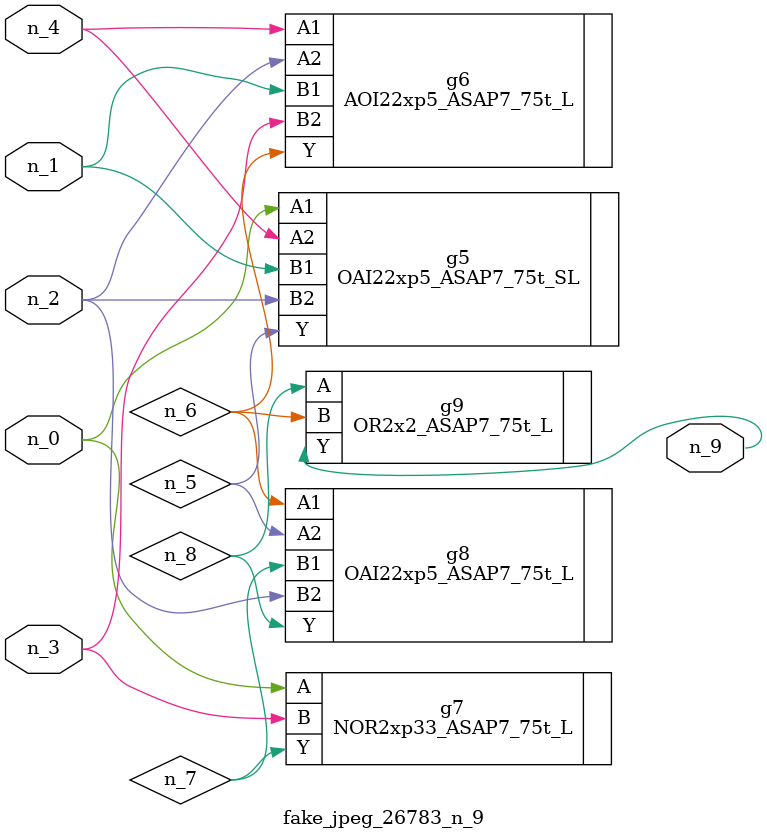
<source format=v>
module fake_jpeg_26783_n_9 (n_3, n_2, n_1, n_0, n_4, n_9);

input n_3;
input n_2;
input n_1;
input n_0;
input n_4;

output n_9;

wire n_8;
wire n_6;
wire n_5;
wire n_7;

OAI22xp5_ASAP7_75t_SL g5 ( 
.A1(n_0),
.A2(n_4),
.B1(n_1),
.B2(n_2),
.Y(n_5)
);

AOI22xp5_ASAP7_75t_L g6 ( 
.A1(n_4),
.A2(n_2),
.B1(n_1),
.B2(n_3),
.Y(n_6)
);

NOR2xp33_ASAP7_75t_L g7 ( 
.A(n_0),
.B(n_3),
.Y(n_7)
);

OAI22xp5_ASAP7_75t_L g8 ( 
.A1(n_6),
.A2(n_5),
.B1(n_7),
.B2(n_2),
.Y(n_8)
);

OR2x2_ASAP7_75t_L g9 ( 
.A(n_8),
.B(n_6),
.Y(n_9)
);


endmodule
</source>
